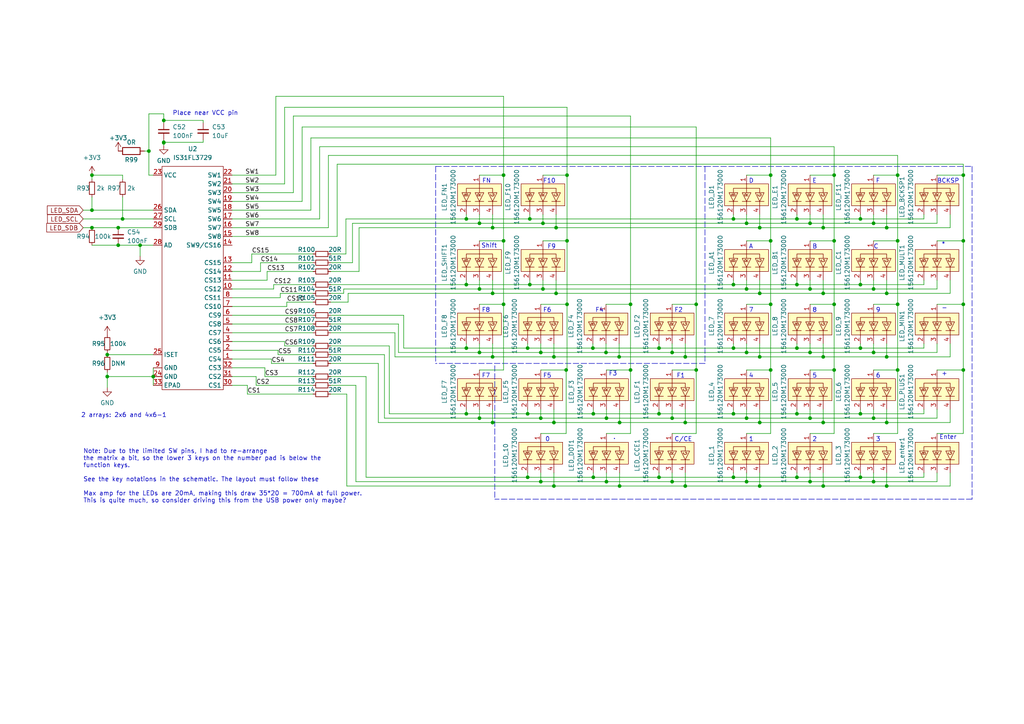
<source format=kicad_sch>
(kicad_sch (version 20211123) (generator eeschema)
  (paper "A4")
  (junction (at 175.895 121.285))
  (junction (at 234.95 83.82))
  (junction (at 153.035 100.965))
  (junction (at 153.035 120.015))
  (junction (at 279.4 50.8))
  (junction (at 161.29 85.09))
  (junction (at 249.555 138.43))
  (junction (at 198.755 140.97))
  (junction (at 241.935 88.265))
  (junction (at 257.175 122.555))
  (junction (at 31.115 102.87))
  (junction (at 194.945 121.285))
  (junction (at 26.67 66.04))
  (junction (at 146.05 50.8))
  (junction (at 139.065 102.235))
  (junction (at 231.14 82.55))
  (junction (at 241.935 50.8))
  (junction (at 153.035 138.43))
  (junction (at 40.64 71.12))
  (junction (at 191.135 138.43))
  (junction (at 231.14 63.5))
  (junction (at 156.845 121.285))
  (junction (at 223.52 50.8))
  (junction (at 220.345 66.04))
  (junction (at 201.93 107.315))
  (junction (at 172.085 138.43))
  (junction (at 234.95 139.7))
  (junction (at 142.875 122.555))
  (junction (at 47.498 41.275))
  (junction (at 249.555 100.965))
  (junction (at 194.945 102.235))
  (junction (at 35.56 63.5))
  (junction (at 279.4 88.265))
  (junction (at 279.4 69.85))
  (junction (at 164.465 88.265))
  (junction (at 157.48 83.82))
  (junction (at 253.365 64.77))
  (junction (at 212.725 120.015))
  (junction (at 135.255 82.55))
  (junction (at 31.115 109.22))
  (junction (at 216.535 64.77))
  (junction (at 194.945 139.7))
  (junction (at 234.95 64.77))
  (junction (at 146.05 88.265))
  (junction (at 238.76 85.09))
  (junction (at 212.725 82.55))
  (junction (at 216.535 83.82))
  (junction (at 175.768 102.235))
  (junction (at 47.498 41.402))
  (junction (at 234.95 102.235))
  (junction (at 198.755 122.555))
  (junction (at 216.535 121.285))
  (junction (at 212.725 100.965))
  (junction (at 257.175 140.97))
  (junction (at 156.845 139.7))
  (junction (at 44.45 109.22))
  (junction (at 253.365 102.235))
  (junction (at 260.35 107.315))
  (junction (at 34.29 71.12))
  (junction (at 212.725 63.5))
  (junction (at 179.705 122.555))
  (junction (at 47.498 34.925))
  (junction (at 43.18 43.815))
  (junction (at 231.14 120.015))
  (junction (at 249.555 120.015))
  (junction (at 164.465 50.8))
  (junction (at 220.345 85.09))
  (junction (at 146.05 69.85))
  (junction (at 172.085 120.015))
  (junction (at 156.845 102.235))
  (junction (at 253.365 121.285))
  (junction (at 212.725 138.43))
  (junction (at 171.958 100.965))
  (junction (at 216.535 139.7))
  (junction (at 153.67 63.5))
  (junction (at 182.88 88.265))
  (junction (at 238.76 140.97))
  (junction (at 223.52 69.85))
  (junction (at 257.175 103.505))
  (junction (at 135.255 100.965))
  (junction (at 241.935 69.85))
  (junction (at 198.755 103.505))
  (junction (at 279.4 107.315))
  (junction (at 160.655 122.555))
  (junction (at 139.065 121.285))
  (junction (at 26.67 60.96))
  (junction (at 182.88 107.315))
  (junction (at 157.48 64.77))
  (junction (at 175.895 139.7))
  (junction (at 260.35 69.85))
  (junction (at 135.255 63.5))
  (junction (at 160.655 103.505))
  (junction (at 164.465 69.85))
  (junction (at 160.655 140.97))
  (junction (at 241.935 107.315))
  (junction (at 179.705 140.97))
  (junction (at 234.95 121.285))
  (junction (at 142.875 85.09))
  (junction (at 260.35 50.8))
  (junction (at 201.93 88.265))
  (junction (at 253.365 139.7))
  (junction (at 142.875 66.04))
  (junction (at 135.255 120.015))
  (junction (at 220.345 122.555))
  (junction (at 231.14 138.43))
  (junction (at 249.555 82.55))
  (junction (at 139.065 83.82))
  (junction (at 260.35 88.265))
  (junction (at 191.135 120.015))
  (junction (at 249.555 63.5))
  (junction (at 238.76 66.04))
  (junction (at 238.76 103.505))
  (junction (at 26.67 50.8))
  (junction (at 153.67 82.55))
  (junction (at 216.535 102.235))
  (junction (at 220.345 103.505))
  (junction (at 253.365 83.82))
  (junction (at 191.135 100.965))
  (junction (at 139.065 64.77))
  (junction (at 164.211 107.315))
  (junction (at 142.875 103.505))
  (junction (at 220.345 140.97))
  (junction (at 257.175 66.04))
  (junction (at 257.175 85.09))
  (junction (at 223.52 107.315))
  (junction (at 223.52 88.265))
  (junction (at 161.29 66.04))
  (junction (at 34.29 66.04))
  (junction (at 179.578 103.505))
  (junction (at 231.14 100.965))
  (junction (at 238.76 122.555))
  (wire (pts (xy 82.55 99.06) (xy 82.55 100.33)))
  (wire (pts (xy 35.56 50.8) (xy 26.67 50.8)))
  (wire (pts (xy 279.4 69.85) (xy 279.4 88.265)))
  (wire (pts (xy 175.895 121.285) (xy 194.945 121.285)))
  (wire (pts (xy 260.35 50.8) (xy 260.35 69.85)))
  (wire (pts (xy 194.945 102.235) (xy 216.535 102.235)))
  (wire (pts (xy 271.78 64.77) (xy 253.365 64.77)))
  (wire (pts (xy 241.935 50.8) (xy 234.95 50.8)))
  (wire (pts (xy 135.255 120.015) (xy 135.255 118.745)))
  (wire (pts (xy 161.29 85.09) (xy 220.345 85.09)))
  (wire (pts (xy 139.065 102.235) (xy 156.845 102.235)))
  (wire (pts (xy 253.365 50.8) (xy 260.35 50.8)))
  (wire (pts (xy 115.57 102.235) (xy 139.065 102.235)))
  (wire (pts (xy 161.29 66.04) (xy 220.345 66.04)))
  (wire (pts (xy 175.895 118.745) (xy 175.895 121.285)))
  (wire (pts (xy 95.885 109.22) (xy 106.172 109.22)))
  (wire (pts (xy 172.085 118.745) (xy 172.085 120.015)))
  (wire (pts (xy 182.88 88.265) (xy 175.768 88.265)))
  (wire (pts (xy 74.295 109.22) (xy 67.31 109.22)))
  (wire (pts (xy 234.95 81.28) (xy 234.95 83.82)))
  (wire (pts (xy 67.31 106.68) (xy 76.835 106.68)))
  (wire (pts (xy 267.97 62.23) (xy 267.97 63.5)))
  (wire (pts (xy 241.935 107.315) (xy 241.935 125.73)))
  (wire (pts (xy 142.875 85.09) (xy 161.29 85.09)))
  (wire (pts (xy 139.065 121.285) (xy 156.845 121.285)))
  (wire (pts (xy 201.93 36.83) (xy 201.93 88.265)))
  (wire (pts (xy 234.95 64.77) (xy 216.535 64.77)))
  (wire (pts (xy 146.05 88.265) (xy 146.05 107.315)))
  (wire (pts (xy 216.535 139.7) (xy 216.535 137.16)))
  (wire (pts (xy 117.094 100.965) (xy 117.094 91.44)))
  (wire (pts (xy 223.52 88.265) (xy 216.535 88.265)))
  (wire (pts (xy 194.945 107.315) (xy 201.93 107.315)))
  (wire (pts (xy 90.17 40.005) (xy 223.52 40.005)))
  (wire (pts (xy 99.695 83.82) (xy 139.065 83.82)))
  (wire (pts (xy 182.88 88.265) (xy 182.88 107.315)))
  (wire (pts (xy 212.725 100.965) (xy 212.725 99.695)))
  (wire (pts (xy 80.01 50.8) (xy 67.31 50.8)))
  (wire (pts (xy 279.4 107.315) (xy 279.4 125.73)))
  (wire (pts (xy 249.555 120.015) (xy 249.555 118.745)))
  (wire (pts (xy 231.14 99.695) (xy 231.14 100.965)))
  (wire (pts (xy 238.76 103.505) (xy 257.175 103.505)))
  (wire (pts (xy 156.845 107.315) (xy 164.211 107.315)))
  (wire (pts (xy 67.31 55.88) (xy 85.09 55.88)))
  (polyline (pts (xy 143.51 106.045) (xy 143.51 144.78)))
  (wire (pts (xy 260.35 45.085) (xy 260.35 50.8)))
  (wire (pts (xy 171.958 99.695) (xy 171.958 100.965)))
  (wire (pts (xy 238.76 66.04) (xy 238.76 62.23)))
  (wire (pts (xy 216.535 83.82) (xy 216.535 81.28)))
  (wire (pts (xy 260.35 69.85) (xy 260.35 88.265)))
  (wire (pts (xy 85.09 55.88) (xy 85.09 33.655)))
  (wire (pts (xy 234.95 139.7) (xy 216.535 139.7)))
  (wire (pts (xy 179.705 122.555) (xy 179.705 118.745)))
  (wire (pts (xy 153.67 82.55) (xy 212.725 82.55)))
  (wire (pts (xy 160.655 103.505) (xy 160.655 99.695)))
  (wire (pts (xy 231.14 82.55) (xy 249.555 82.55)))
  (wire (pts (xy 26.67 57.15) (xy 26.67 60.96)))
  (wire (pts (xy 253.365 102.235) (xy 253.365 99.695)))
  (wire (pts (xy 26.67 50.8) (xy 26.67 52.07)))
  (wire (pts (xy 194.945 125.73) (xy 201.93 125.73)))
  (wire (pts (xy 194.945 121.285) (xy 216.535 121.285)))
  (wire (pts (xy 139.065 88.265) (xy 146.05 88.265)))
  (wire (pts (xy 90.805 82.55) (xy 79.375 82.55)))
  (wire (pts (xy 77.47 81.28) (xy 77.47 78.74)))
  (wire (pts (xy 267.97 120.015) (xy 249.555 120.015)))
  (wire (pts (xy 234.95 102.235) (xy 216.535 102.235)))
  (wire (pts (xy 78.74 105.41) (xy 78.74 104.14)))
  (wire (pts (xy 164.465 88.265) (xy 164.465 69.85)))
  (wire (pts (xy 220.345 103.505) (xy 238.76 103.505)))
  (wire (pts (xy 156.845 102.235) (xy 175.768 102.235)))
  (wire (pts (xy 44.45 66.04) (xy 34.29 66.04)))
  (wire (pts (xy 47.498 34.925) (xy 47.498 35.56)))
  (wire (pts (xy 157.48 50.8) (xy 164.465 50.8)))
  (wire (pts (xy 171.958 100.965) (xy 191.135 100.965)))
  (wire (pts (xy 198.755 140.97) (xy 220.345 140.97)))
  (wire (pts (xy 234.95 62.23) (xy 234.95 64.77)))
  (wire (pts (xy 161.29 66.04) (xy 161.29 62.23)))
  (wire (pts (xy 73.025 73.66) (xy 90.805 73.66)))
  (wire (pts (xy 81.28 85.09) (xy 90.805 85.09)))
  (wire (pts (xy 160.655 137.16) (xy 160.655 140.97)))
  (wire (pts (xy 82.55 31.115) (xy 82.55 53.34)))
  (wire (pts (xy 100.965 85.09) (xy 100.965 87.63)))
  (wire (pts (xy 67.31 93.98) (xy 90.805 93.98)))
  (wire (pts (xy 241.935 125.73) (xy 234.95 125.73)))
  (wire (pts (xy 271.78 62.23) (xy 271.78 64.77)))
  (wire (pts (xy 194.945 118.745) (xy 194.945 121.285)))
  (wire (pts (xy 95.25 66.04) (xy 95.25 45.085)))
  (wire (pts (xy 103.2256 111.76) (xy 103.2256 139.7)))
  (wire (pts (xy 175.895 107.315) (xy 182.88 107.315)))
  (wire (pts (xy 238.76 140.97) (xy 238.76 137.16)))
  (wire (pts (xy 234.95 107.315) (xy 241.935 107.315)))
  (wire (pts (xy 135.255 100.965) (xy 153.035 100.965)))
  (wire (pts (xy 191.135 120.015) (xy 212.725 120.015)))
  (wire (pts (xy 35.56 50.8) (xy 35.56 52.07)))
  (wire (pts (xy 271.78 107.315) (xy 279.4 107.315)))
  (wire (pts (xy 135.255 63.5) (xy 135.255 62.23)))
  (wire (pts (xy 212.725 120.015) (xy 212.725 118.745)))
  (wire (pts (xy 275.59 140.97) (xy 275.59 137.16)))
  (wire (pts (xy 231.14 118.745) (xy 231.14 120.015)))
  (wire (pts (xy 82.55 53.34) (xy 67.31 53.34)))
  (wire (pts (xy 80.645 101.6) (xy 67.31 101.6)))
  (wire (pts (xy 87.63 36.83) (xy 87.63 58.42)))
  (wire (pts (xy 279.4 88.265) (xy 279.4 107.315)))
  (wire (pts (xy 198.755 137.16) (xy 198.755 140.97)))
  (wire (pts (xy 267.97 63.5) (xy 249.555 63.5)))
  (wire (pts (xy 103.2256 111.76) (xy 95.885 111.76)))
  (wire (pts (xy 76.835 106.68) (xy 76.835 109.22)))
  (wire (pts (xy 112.903 120.015) (xy 135.255 120.015)))
  (wire (pts (xy 109.728 105.41) (xy 95.885 105.41)))
  (wire (pts (xy 271.78 118.745) (xy 271.78 121.285)))
  (wire (pts (xy 257.175 66.04) (xy 275.59 66.04)))
  (wire (pts (xy 146.05 27.94) (xy 80.01 27.94)))
  (wire (pts (xy 267.97 99.695) (xy 267.97 100.965)))
  (wire (pts (xy 47.498 33.02) (xy 47.498 34.925)))
  (wire (pts (xy 109.728 122.555) (xy 142.875 122.555)))
  (wire (pts (xy 156.845 121.285) (xy 175.895 121.285)))
  (wire (pts (xy 100.33 63.5) (xy 135.255 63.5)))
  (wire (pts (xy 238.76 122.555) (xy 257.175 122.555)))
  (wire (pts (xy 100.33 63.5) (xy 100.33 73.66)))
  (wire (pts (xy 79.375 82.55) (xy 79.375 83.82)))
  (wire (pts (xy 234.95 83.82) (xy 216.535 83.82)))
  (wire (pts (xy 179.705 140.97) (xy 179.705 137.16)))
  (wire (pts (xy 182.88 107.315) (xy 182.88 125.73)))
  (wire (pts (xy 58.928 40.64) (xy 58.928 41.275)))
  (wire (pts (xy 175.895 125.73) (xy 182.88 125.73)))
  (wire (pts (xy 267.97 138.43) (xy 249.555 138.43)))
  (polyline (pts (xy 126.365 48.26) (xy 204.47 48.26)))
  (wire (pts (xy 31.115 107.95) (xy 31.115 109.22)))
  (wire (pts (xy 223.52 125.73) (xy 216.535 125.73)))
  (wire (pts (xy 153.67 82.55) (xy 135.255 82.55)))
  (wire (pts (xy 142.875 122.555) (xy 160.655 122.555)))
  (wire (pts (xy 142.875 81.28) (xy 142.875 85.09)))
  (wire (pts (xy 67.31 68.58) (xy 97.79 68.58)))
  (wire (pts (xy 223.52 107.315) (xy 223.52 88.265)))
  (wire (pts (xy 260.35 69.85) (xy 253.365 69.85)))
  (wire (pts (xy 234.95 137.16) (xy 234.95 139.7)))
  (polyline (pts (xy 281.94 144.78) (xy 143.51 144.78)))
  (wire (pts (xy 75.565 76.2) (xy 75.565 78.74)))
  (wire (pts (xy 182.88 33.655) (xy 182.88 88.265)))
  (wire (pts (xy 90.805 111.76) (xy 74.295 111.76)))
  (wire (pts (xy 81.28 86.36) (xy 81.28 85.09)))
  (wire (pts (xy 153.67 62.23) (xy 153.67 63.5)))
  (wire (pts (xy 241.935 107.315) (xy 241.935 88.265)))
  (wire (pts (xy 157.48 64.77) (xy 139.065 64.77)))
  (wire (pts (xy 223.52 40.005) (xy 223.52 50.8)))
  (wire (pts (xy 135.255 100.965) (xy 135.255 99.695)))
  (wire (pts (xy 194.945 139.7) (xy 216.535 139.7)))
  (wire (pts (xy 191.135 118.745) (xy 191.135 120.015)))
  (wire (pts (xy 71.755 111.76) (xy 71.755 114.3)))
  (wire (pts (xy 220.345 140.97) (xy 238.76 140.97)))
  (wire (pts (xy 146.05 107.315) (xy 139.065 107.315)))
  (polyline (pts (xy 204.47 48.26) (xy 281.94 48.26)))
  (wire (pts (xy 34.29 71.12) (xy 40.64 71.12)))
  (wire (pts (xy 80.01 27.94) (xy 80.01 50.8)))
  (wire (pts (xy 238.76 140.97) (xy 257.175 140.97)))
  (wire (pts (xy 164.465 107.315) (xy 164.465 88.265)))
  (polyline (pts (xy 281.94 48.26) (xy 281.94 144.78)))
  (wire (pts (xy 67.31 86.36) (xy 81.28 86.36)))
  (wire (pts (xy 191.135 100.965) (xy 212.725 100.965)))
  (wire (pts (xy 43.18 33.02) (xy 43.18 43.815)))
  (wire (pts (xy 44.45 109.22) (xy 44.45 111.76)))
  (wire (pts (xy 201.93 36.83) (xy 87.63 36.83)))
  (wire (pts (xy 267.97 100.965) (xy 249.555 100.965)))
  (wire (pts (xy 153.67 63.5) (xy 212.725 63.5)))
  (wire (pts (xy 95.885 91.44) (xy 117.094 91.44)))
  (wire (pts (xy 153.67 81.28) (xy 153.67 82.55)))
  (wire (pts (xy 257.175 118.745) (xy 257.175 122.555)))
  (wire (pts (xy 249.555 138.43) (xy 249.555 137.16)))
  (wire (pts (xy 157.48 83.82) (xy 139.065 83.82)))
  (wire (pts (xy 58.928 34.925) (xy 58.928 35.56)))
  (wire (pts (xy 40.64 71.12) (xy 44.45 71.12)))
  (wire (pts (xy 220.345 137.16) (xy 220.345 140.97)))
  (wire (pts (xy 142.875 66.04) (xy 161.29 66.04)))
  (wire (pts (xy 275.59 85.09) (xy 275.59 81.28)))
  (wire (pts (xy 153.035 118.745) (xy 153.035 120.015)))
  (wire (pts (xy 67.31 91.44) (xy 90.805 91.44)))
  (wire (pts (xy 191.135 138.43) (xy 212.725 138.43)))
  (wire (pts (xy 198.755 122.555) (xy 220.345 122.555)))
  (wire (pts (xy 157.48 64.77) (xy 216.535 64.77)))
  (wire (pts (xy 35.56 63.5) (xy 44.45 63.5)))
  (wire (pts (xy 279.4 125.73) (xy 271.78 125.73)))
  (wire (pts (xy 234.95 99.695) (xy 234.95 102.235)))
  (wire (pts (xy 249.555 63.5) (xy 249.555 62.23)))
  (wire (pts (xy 267.97 137.16) (xy 267.97 138.43)))
  (wire (pts (xy 24.13 60.96) (xy 26.67 60.96)))
  (wire (pts (xy 90.17 60.96) (xy 90.17 40.005)))
  (wire (pts (xy 201.93 88.265) (xy 201.93 107.315)))
  (wire (pts (xy 74.295 111.76) (xy 74.295 109.22)))
  (wire (pts (xy 100.584 140.97) (xy 100.584 114.3)))
  (wire (pts (xy 212.725 138.43) (xy 212.725 137.16)))
  (wire (pts (xy 231.14 100.965) (xy 212.725 100.965)))
  (wire (pts (xy 31.115 102.235) (xy 31.115 102.87)))
  (wire (pts (xy 234.95 69.85) (xy 241.935 69.85)))
  (wire (pts (xy 100.584 140.97) (xy 160.655 140.97)))
  (wire (pts (xy 112.903 100.33) (xy 112.903 120.015)))
  (wire (pts (xy 153.035 138.43) (xy 172.085 138.43)))
  (wire (pts (xy 271.78 99.695) (xy 271.78 102.235)))
  (wire (pts (xy 73.025 76.2) (xy 73.025 73.66)))
  (wire (pts (xy 201.93 107.315) (xy 201.93 125.73)))
  (wire (pts (xy 271.78 102.235) (xy 253.365 102.235)))
  (wire (pts (xy 114.554 103.505) (xy 142.875 103.505)))
  (wire (pts (xy 172.085 137.16) (xy 172.085 138.43)))
  (wire (pts (xy 231.14 138.43) (xy 212.725 138.43)))
  (wire (pts (xy 58.928 41.275) (xy 47.498 41.275)))
  (wire (pts (xy 102.235 76.2) (xy 102.235 64.77)))
  (wire (pts (xy 82.55 100.33) (xy 90.805 100.33)))
  (wire (pts (xy 100.965 87.63) (xy 95.885 87.63)))
  (wire (pts (xy 231.14 138.43) (xy 249.555 138.43)))
  (wire (pts (xy 231.14 137.16) (xy 231.14 138.43)))
  (wire (pts (xy 67.31 60.96) (xy 90.17 60.96)))
  (wire (pts (xy 253.365 125.73) (xy 260.35 125.73)))
  (wire (pts (xy 249.555 100.965) (xy 249.555 99.695)))
  (wire (pts (xy 75.565 78.74) (xy 67.31 78.74)))
  (wire (pts (xy 40.64 71.12) (xy 40.64 74.295)))
  (wire (pts (xy 139.065 83.82) (xy 139.065 81.28)))
  (wire (pts (xy 67.31 66.04) (xy 95.25 66.04)))
  (wire (pts (xy 67.31 96.52) (xy 90.805 96.52)))
  (wire (pts (xy 76.835 109.22) (xy 90.805 109.22)))
  (wire (pts (xy 267.97 82.55) (xy 249.555 82.55)))
  (wire (pts (xy 241.935 42.545) (xy 92.71 42.545)))
  (wire (pts (xy 47.498 41.275) (xy 47.498 40.64)))
  (wire (pts (xy 231.14 100.965) (xy 249.555 100.965)))
  (wire (pts (xy 271.78 139.7) (xy 253.365 139.7)))
  (wire (pts (xy 153.035 100.965) (xy 171.958 100.965)))
  (wire (pts (xy 90.805 87.63) (xy 83.185 87.63)))
  (wire (pts (xy 47.498 42.164) (xy 47.498 41.402)))
  (wire (pts (xy 231.14 82.55) (xy 212.725 82.55)))
  (wire (pts (xy 271.78 121.285) (xy 253.365 121.285)))
  (wire (pts (xy 279.4 69.85) (xy 279.4 50.8)))
  (wire (pts (xy 156.845 139.7) (xy 156.845 137.16)))
  (wire (pts (xy 90.805 76.2) (xy 75.565 76.2)))
  (wire (pts (xy 115.57 93.98) (xy 95.885 93.98)))
  (wire (pts (xy 95.885 102.87) (xy 111.506 102.87)))
  (wire (pts (xy 216.535 102.235) (xy 216.535 99.695)))
  (wire (pts (xy 260.35 107.315) (xy 260.35 125.73)))
  (wire (pts (xy 31.115 109.22) (xy 44.45 109.22)))
  (wire (pts (xy 220.345 85.09) (xy 238.76 85.09)))
  (wire (pts (xy 223.52 50.8) (xy 216.535 50.8)))
  (wire (pts (xy 257.175 85.09) (xy 275.59 85.09)))
  (wire (pts (xy 161.29 85.09) (xy 161.29 81.28)))
  (polyline (pts (xy 204.47 105.41) (xy 126.365 105.41)))
  (wire (pts (xy 164.465 69.85) (xy 157.48 69.85)))
  (wire (pts (xy 99.695 85.09) (xy 95.885 85.09)))
  (wire (pts (xy 100.33 73.66) (xy 95.885 73.66)))
  (wire (pts (xy 172.085 138.43) (xy 191.135 138.43)))
  (wire (pts (xy 111.506 121.285) (xy 111.506 102.87)))
  (wire (pts (xy 35.56 57.15) (xy 35.56 63.5)))
  (wire (pts (xy 106.172 138.43) (xy 106.172 109.22)))
  (wire (pts (xy 47.498 34.925) (xy 58.928 34.925)))
  (wire (pts (xy 238.76 122.555) (xy 238.76 118.745)))
  (wire (pts (xy 271.78 137.16) (xy 271.78 139.7)))
  (wire (pts (xy 257.175 62.23) (xy 257.175 66.04)))
  (wire (pts (xy 67.31 111.76) (xy 71.755 111.76)))
  (wire (pts (xy 106.172 138.43) (xy 153.035 138.43)))
  (wire (pts (xy 223.52 107.315) (xy 223.52 125.73)))
  (wire (pts (xy 79.375 83.82) (xy 67.31 83.82)))
  (wire (pts (xy 234.95 118.745) (xy 234.95 121.285)))
  (wire (pts (xy 26.67 71.12) (xy 34.29 71.12)))
  (wire (pts (xy 216.535 64.77) (xy 216.535 62.23)))
  (wire (pts (xy 44.45 50.8) (xy 43.18 50.8)))
  (wire (pts (xy 271.78 69.85) (xy 279.4 69.85)))
  (wire (pts (xy 220.345 99.695) (xy 220.345 103.505)))
  (wire (pts (xy 223.52 69.85) (xy 223.52 50.8)))
  (wire (pts (xy 260.35 107.315) (xy 253.365 107.315)))
  (wire (pts (xy 220.345 66.04) (xy 238.76 66.04)))
  (wire (pts (xy 191.135 138.43) (xy 191.135 137.16)))
  (wire (pts (xy 234.95 102.235) (xy 253.365 102.235)))
  (wire (pts (xy 257.175 137.16) (xy 257.175 140.97)))
  (wire (pts (xy 234.95 121.285) (xy 216.535 121.285)))
  (wire (pts (xy 142.875 62.23) (xy 142.875 66.04)))
  (wire (pts (xy 216.535 121.285) (xy 216.535 118.745)))
  (wire (pts (xy 117.094 100.965) (xy 135.255 100.965)))
  (wire (pts (xy 99.695 83.82) (xy 99.695 85.09)))
  (wire (pts (xy 31.115 112.395) (xy 31.115 109.22)))
  (wire (pts (xy 90.805 102.87) (xy 80.645 102.87)))
  (wire (pts (xy 164.465 88.265) (xy 156.845 88.265)))
  (wire (pts (xy 220.345 122.555) (xy 238.76 122.555)))
  (polyline (pts (xy 126.365 48.26) (xy 126.365 105.41)))
  (wire (pts (xy 164.465 31.115) (xy 82.55 31.115)))
  (wire (pts (xy 164.465 50.8) (xy 164.465 31.115)))
  (wire (pts (xy 198.755 103.505) (xy 220.345 103.505)))
  (wire (pts (xy 241.935 69.85) (xy 241.935 50.8)))
  (wire (pts (xy 257.175 122.555) (xy 275.59 122.555)))
  (wire (pts (xy 153.035 99.695) (xy 153.035 100.965)))
  (wire (pts (xy 179.705 122.555) (xy 198.755 122.555)))
  (wire (pts (xy 95.885 76.2) (xy 102.235 76.2)))
  (wire (pts (xy 175.768 99.695) (xy 175.768 102.235)))
  (wire (pts (xy 164.211 107.315) (xy 164.465 107.315)))
  (wire (pts (xy 90.805 105.41) (xy 78.74 105.41)))
  (wire (pts (xy 257.175 81.28) (xy 257.175 85.09)))
  (wire (pts (xy 112.903 100.33) (xy 95.885 100.33)))
  (wire (pts (xy 253.365 88.265) (xy 260.35 88.265)))
  (wire (pts (xy 257.175 140.97) (xy 275.59 140.97)))
  (wire (pts (xy 257.175 103.505) (xy 275.59 103.505)))
  (wire (pts (xy 216.535 69.85) (xy 223.52 69.85)))
  (wire (pts (xy 241.935 50.8) (xy 241.935 42.545)))
  (wire (pts (xy 253.365 121.285) (xy 253.365 118.745)))
  (wire (pts (xy 223.52 69.85) (xy 223.52 88.265)))
  (wire (pts (xy 41.91 43.815) (xy 43.18 43.815)))
  (wire (pts (xy 87.63 58.42) (xy 67.31 58.42)))
  (wire (pts (xy 231.14 81.28) (xy 231.14 82.55)))
  (wire (pts (xy 234.95 64.77) (xy 253.365 64.77)))
  (wire (pts (xy 115.57 93.98) (xy 115.57 102.235)))
  (wire (pts (xy 164.211 107.315) (xy 164.211 125.73)))
  (wire (pts (xy 78.74 104.14) (xy 67.31 104.14)))
  (wire (pts (xy 275.59 103.505) (xy 275.59 99.695)))
  (wire (pts (xy 156.845 139.7) (xy 175.895 139.7)))
  (wire (pts (xy 231.14 120.015) (xy 212.725 120.015)))
  (wire (pts (xy 156.845 125.73) (xy 164.211 125.73)))
  (wire (pts (xy 231.14 63.5) (xy 249.555 63.5)))
  (wire (pts (xy 238.76 103.505) (xy 238.76 99.695)))
  (wire (pts (xy 67.31 81.28) (xy 77.47 81.28)))
  (wire (pts (xy 231.14 63.5) (xy 212.725 63.5)))
  (wire (pts (xy 135.255 82.55) (xy 135.255 81.28)))
  (wire (pts (xy 157.48 62.23) (xy 157.48 64.77)))
  (wire (pts (xy 271.78 81.28) (xy 271.78 83.82)))
  (wire (pts (xy 24.13 63.5) (xy 35.56 63.5)))
  (wire (pts (xy 220.345 118.745) (xy 220.345 122.555)))
  (wire (pts (xy 194.945 139.7) (xy 194.945 137.16)))
  (wire (pts (xy 231.14 120.015) (xy 249.555 120.015)))
  (wire (pts (xy 80.645 102.87) (xy 80.645 101.6)))
  (wire (pts (xy 241.935 69.85) (xy 241.935 88.265)))
  (wire (pts (xy 253.365 83.82) (xy 253.365 81.28)))
  (wire (pts (xy 238.76 85.09) (xy 257.175 85.09)))
  (wire (pts (xy 160.655 103.505) (xy 179.578 103.505)))
  (wire (pts (xy 97.79 68.58) (xy 97.79 47.625)))
  (wire (pts (xy 198.755 99.695) (xy 198.755 103.505)))
  (wire (pts (xy 275.59 66.04) (xy 275.59 62.23)))
  (wire (pts (xy 279.4 50.8) (xy 271.78 50.8)))
  (wire (pts (xy 198.755 122.555) (xy 198.755 118.745)))
  (wire (pts (xy 267.97 118.745) (xy 267.97 120.015)))
  (wire (pts (xy 67.31 99.06) (xy 82.55 99.06)))
  (wire (pts (xy 104.14 78.74) (xy 95.885 78.74)))
  (wire (pts (xy 139.065 64.77) (xy 139.065 62.23)))
  (wire (pts (xy 257.175 99.695) (xy 257.175 103.505)))
  (wire (pts (xy 212.725 82.55) (xy 212.725 81.28)))
  (wire (pts (xy 139.065 102.235) (xy 139.065 99.695)))
  (wire (pts (xy 253.365 139.7) (xy 253.365 137.16)))
  (wire (pts (xy 142.875 118.745) (xy 142.875 122.555)))
  (wire (pts (xy 231.14 62.23) (xy 231.14 63.5)))
  (wire (pts (xy 142.875 103.505) (xy 160.655 103.505)))
  (wire (pts (xy 146.05 69.85) (xy 139.065 69.85)))
  (wire (pts (xy 267.97 81.28) (xy 267.97 82.55)))
  (wire (pts (xy 104.14 66.04) (xy 104.14 78.74)))
  (wire (pts (xy 77.47 78.74) (xy 90.805 78.74)))
  (wire (pts (xy 109.728 105.41) (xy 109.728 122.555)))
  (wire (pts (xy 44.45 106.68) (xy 44.45 109.22)))
  (wire (pts (xy 139.065 121.285) (xy 139.065 118.745)))
  (wire (pts (xy 67.31 76.2) (xy 73.025 76.2)))
  (wire (pts (xy 241.935 88.265) (xy 234.95 88.265)))
  (wire (pts (xy 275.59 122.555) (xy 275.59 118.745)))
  (wire (pts (xy 179.578 99.695) (xy 179.578 103.505)))
  (wire (pts (xy 104.14 66.04) (xy 142.875 66.04)))
  (wire (pts (xy 279.4 47.625) (xy 279.4 50.8)))
  (wire (pts (xy 172.085 120.015) (xy 191.135 120.015)))
  (wire (pts (xy 238.76 85.09) (xy 238.76 81.28)))
  (wire (pts (xy 24.13 66.04) (xy 26.67 66.04)))
  (wire (pts (xy 47.498 41.275) (xy 47.498 41.402)))
  (wire (pts (xy 95.885 114.3) (xy 100.584 114.3)))
  (wire (pts (xy 249.555 82.55) (xy 249.555 81.28)))
  (wire (pts (xy 175.895 137.16) (xy 175.895 139.7)))
  (wire (pts (xy 234.95 83.82) (xy 253.365 83.82)))
  (wire (pts (xy 191.135 100.965) (xy 191.135 99.695)))
  (wire (pts (xy 139.065 50.8) (xy 146.05 50.8)))
  (wire (pts (xy 102.235 64.77) (xy 139.065 64.77)))
  (wire (pts (xy 146.05 69.85) (xy 146.05 88.265)))
  (wire (pts (xy 31.115 102.87) (xy 44.45 102.87)))
  (wire (pts (xy 160.655 122.555) (xy 179.705 122.555)))
  (wire (pts (xy 111.506 121.285) (xy 139.065 121.285)))
  (wire (pts (xy 156.845 99.695) (xy 156.845 102.235)))
  (wire (pts (xy 97.79 47.625) (xy 279.4 47.625)))
  (wire (pts (xy 157.48 81.28) (xy 157.48 83.82)))
  (wire (pts (xy 156.845 118.745) (xy 156.845 121.285)))
  (wire (pts (xy 71.755 114.3) (xy 90.805 114.3)))
  (wire (pts (xy 43.18 43.815) (xy 43.18 50.8)))
  (wire (pts (xy 153.67 63.5) (xy 135.255 63.5)))
  (wire (pts (xy 114.554 96.52) (xy 114.554 103.505)))
  (wire (pts (xy 43.18 33.02) (xy 47.498 33.02)))
  (wire (pts (xy 260.35 88.265) (xy 260.35 107.315)))
  (wire (pts (xy 164.465 50.8) (xy 164.465 69.85)))
  (wire (pts (xy 83.185 88.9) (xy 67.31 88.9)))
  (wire (pts (xy 100.965 85.09) (xy 142.875 85.09)))
  (wire (pts (xy 220.345 62.23) (xy 220.345 66.04)))
  (wire (pts (xy 234.95 121.285) (xy 253.365 121.285)))
  (wire (pts (xy 194.945 88.265) (xy 201.93 88.265)))
  (wire (pts (xy 95.885 96.52) (xy 114.554 96.52)))
  (wire (pts (xy 253.365 64.77) (xy 253.365 62.23)))
  (wire (pts (xy 194.945 102.235) (xy 194.945 99.695)))
  (polyline (pts (xy 204.47 48.26) (xy 204.47 105.41)))
  (wire (pts (xy 153.035 120.015) (xy 172.085 120.015)))
  (wire (pts (xy 212.725 63.5) (xy 212.725 62.23)))
  (wire (pts (xy 135.255 120.015) (xy 153.035 120.015)))
  (wire (pts (xy 175.768 102.235) (xy 194.945 102.235)))
  (wire (pts (xy 95.25 45.085) (xy 260.35 45.085)))
  (wire (pts (xy 175.895 139.7) (xy 194.945 139.7)))
  (wire (pts (xy 142.875 99.695) (xy 142.875 103.505)))
  (wire (pts (xy 179.578 103.505) (xy 198.755 103.505)))
  (wire (pts (xy 146.05 50.8) (xy 146.05 69.85)))
  (wire (pts (xy 220.345 81.28) (xy 220.345 85.09)))
  (wire (pts (xy 238.76 66.04) (xy 257.175 66.04)))
  (wire (pts (xy 179.705 140.97) (xy 198.755 140.97)))
  (wire (pts (xy 83.185 87.63) (xy 83.185 88.9)))
  (wire (pts (xy 216.535 107.315) (xy 223.52 107.315)))
  (wire (pts (xy 157.48 83.82) (xy 216.535 83.82)))
  (wire (pts (xy 146.05 50.8) (xy 146.05 27.94)))
  (wire (pts (xy 34.29 66.04) (xy 26.67 66.04)))
  (wire (pts (xy 160.655 140.97) (xy 179.705 140.97)))
  (wire (pts (xy 92.71 42.545) (xy 92.71 63.5)))
  (wire (pts (xy 279.4 88.265) (xy 271.78 88.265)))
  (wire (pts (xy 103.2256 139.7) (xy 156.845 139.7)))
  (wire (pts (xy 234.95 139.7) (xy 253.365 139.7)))
  (wire (pts (xy 160.655 122.555) (xy 160.655 118.745)))
  (wire (pts (xy 26.67 60.96) (xy 44.45 60.96)))
  (wire (pts (xy 271.78 83.82) (xy 253.365 83.82)))
  (wire (pts (xy 85.09 33.655) (xy 182.88 33.655)))
  (wire (pts (xy 95.885 82.55) (xy 135.255 82.55)))
  (wire (pts (xy 153.035 138.43) (xy 153.035 137.16)))
  (wire (pts (xy 92.71 63.5) (xy 67.31 63.5)))
  (text "A" (at 217.17 72.39 0) (effects (font (size 1.27 1.27)) (justify left bottom)))
  (text "1" (at 217.17 128.27 0) (effects (font (size 1.27 1.27)) (justify left bottom)))
  (text "E" (at 235.585 53.34 0) (effects (font (size 1.27 1.27)) (justify left bottom)))
  (text "*" (at 273.05 71.755 0) (effects (font (size 1.27 1.27)) (justify left bottom)))
  (text "7" (at 217.17 90.805 0) (effects (font (size 1.27 1.27)) (justify left bottom)))
  (text "0" (at 158.115 128.27 0) (effects (font (size 1.27 1.27)) (justify left bottom)))
  (text "9" (at 254 90.805 0) (effects (font (size 1.27 1.27)) (justify left bottom)))
  (text "Note: Due to the limited SW pins, I had to re-arrange\nthe matrix a bit, so the lower 3 keys on the number pad is below the \nfunction keys. \n\nSee the key notations in the schematic. The layout must follow these\n\nMax amp for the LEDs are 20mA, making this draw 35*20 = 700mA at full power. \nThis is quite much, so consider driving this from the USB power only maybe?" (at 24.13 146.05 0) (effects (font (size 1.27 1.27)) (justify left bottom)))
  (text "F3" (at 176.53 109.22 0) (effects (font (size 1.27 1.27)) (justify left bottom)))
  (text "F1" (at 196.215 109.855 0) (effects (font (size 1.27 1.27)) (justify left bottom)))
  (text "2 arrays: 2x6 and 4x6-1" (at 23.495 121.285 0) (effects (font (size 1.27 1.27)) (justify left bottom)))
  (text "F" (at 254 53.34 0) (effects (font (size 1.27 1.27)) (justify left bottom)))
  (text "C" (at 253.365 72.39 0) (effects (font (size 1.27 1.27)) (justify left bottom)))
  (text "B" (at 235.585 72.39 0) (effects (font (size 1.27 1.27)) (justify left bottom)))
  (text "+" (at 273.05 109.22 0) (effects (font (size 1.27 1.27)) (justify left bottom)))
  (text "4" (at 217.17 109.855 0) (effects (font (size 1.27 1.27)) (justify left bottom)))
  (text "F4" (at 175.133 90.805 180) (effects (font (size 1.27 1.27)) (justify right bottom)))
  (text "D" (at 217.17 53.34 0) (effects (font (size 1.27 1.27)) (justify left bottom)))
  (text "Shift" (at 139.573 72.136 0) (effects (font (size 1.27 1.27)) (justify left bottom)))
  (text "F10" (at 157.48 53.34 0) (effects (font (size 1.27 1.27)) (justify left bottom)))
  (text "F6" (at 157.48 90.805 0) (effects (font (size 1.27 1.27)) (justify left bottom)))
  (text "3" (at 254 128.27 0) (effects (font (size 1.27 1.27)) (justify left bottom)))
  (text "F7" (at 139.7 109.855 0) (effects (font (size 1.27 1.27)) (justify left bottom)))
  (text "F5" (at 157.48 109.855 0) (effects (font (size 1.27 1.27)) (justify left bottom)))
  (text "." (at 177.8 127.635 0) (effects (font (size 1.27 1.27)) (justify left bottom)))
  (text "FN" (at 139.827 53.34 0) (effects (font (size 1.27 1.27)) (justify left bottom)))
  (text "5" (at 235.585 109.855 0) (effects (font (size 1.27 1.27)) (justify left bottom)))
  (text "F8" (at 139.7 90.805 0) (effects (font (size 1.27 1.27)) (justify left bottom)))
  (text "F2" (at 195.58 90.805 0) (effects (font (size 1.27 1.27)) (justify left bottom)))
  (text "Place near VCC pin" (at 50.038 33.655 0) (effects (font (size 1.27 1.27)) (justify left bottom)))
  (text "6" (at 254 109.855 0) (effects (font (size 1.27 1.27)) (justify left bottom)))
  (text "F9" (at 158.75 72.39 0) (effects (font (size 1.27 1.27)) (justify left bottom)))
  (text "-" (at 273.05 90.17 0) (effects (font (size 1.27 1.27)) (justify left bottom)))
  (text "Enter" (at 272.415 127.635 0) (effects (font (size 1.27 1.27)) (justify left bottom)))
  (text "C/CE" (at 195.58 128.27 0) (effects (font (size 1.27 1.27)) (justify left bottom)))
  (text "BCKSP" (at 271.78 53.34 0) (effects (font (size 1.27 1.27)) (justify left bottom)))
  (text "8" (at 235.585 90.805 0) (effects (font (size 1.27 1.27)) (justify left bottom)))
  (text "2" (at 235.585 128.27 0) (effects (font (size 1.27 1.27)) (justify left bottom)))
  (label "CS6" (at 82.55 100.33 0))
  (label "SW7" (at 71.12 66.04 0))
  (label "CS10" (at 83.185 87.63 0))
  (label "CS15" (at 73.025 73.66 0))
  (label "SW1" (at 71.12 50.8 0))
  (label "CS2" (at 74.295 111.76 0))
  (label "SW2" (at 71.12 53.34 0))
  (label "CS11" (at 81.28 85.09 0))
  (label "CS5" (at 80.645 102.87 0))
  (label "SW8" (at 71.12 68.58 0))
  (label "CS14" (at 75.565 76.2 0))
  (label "SW3" (at 71.12 55.88 0))
  (label "CS4" (at 78.74 105.41 0))
  (label "SW4" (at 71.12 58.42 0))
  (label "CS12" (at 79.375 82.55 0))
  (label "SW6" (at 71.12 63.5 0))
  (label "CS7" (at 82.55 96.52 0))
  (label "CS1" (at 71.755 114.3 0))
  (label "CS13" (at 77.47 78.74 0))
  (label "CS3" (at 76.835 109.22 0))
  (label "CS9" (at 82.55 91.44 0))
  (label "CS8" (at 82.55 93.98 0))
  (label "SW5" (at 71.12 60.96 0))
  (global_label "LED_SDA" (shape input) (at 24.13 60.96 180) (property "Intersheet References" "${INTERSHEET_REFS}" (effects hide)))
  (global_label "LED_SDB" (shape input) (at 24.13 66.04 180) (property "Intersheet References" "${INTERSHEET_REFS}" (effects hide)))
  (global_label "LED_SCL" (shape input) (at 24.13 63.5 180) (property "Intersheet References" "${INTERSHEET_REFS}" (effects hide)))
  (symbol (lib_id "Device:C_Small") (at 58.928 38.1 0) (unit 1)
    (property "Reference" "C53" (at 61.468 36.83 0) (effects (justify left)))
    (property "Value" "10uF" (at 61.468 39.37 0) (effects (justify left)))
    (property "Footprint" "Capacitor_SMD:C_0603_1608Metric" (effects hide))
  )
  (symbol (lib_id "Device:R_Small") (at 93.345 109.22 90) (unit 1)
    (property "Reference" "R112" (at 88.9 107.95 90))
    (property "Value" "20R" (at 97.155 107.95 90))
    (property "Footprint" "Resistor_SMD:R_0402_1005Metric" (effects hide))
  )
  (symbol (lib_id "Device:R_Small") (at 31.115 99.695 180) (unit 1)
    (property "Reference" "R95" (at 28.575 99.695 0))
    (property "Value" "100k" (at 34.29 99.695 0))
    (property "Footprint" "Resistor_SMD:R_0402_1005Metric" (effects hide))
  )
  (symbol (lib_name "156120M173000_1") (lib_id "SamacSys_Parts:156120M173000") (at 154.305 116.205 90) (unit 1)
    (property "Reference" "LED_F5" (at 146.685 113.665 0))
    (property "Value" "156120M173000" (at 149.225 113.665 0))
    (property "Footprint" "SamacSys_Parts:156120M173000" (effects hide))
    (property "Datasheet" "https://katalog.we-online.de/led/datasheet/156120M173000.pdf" (effects hide))
    (property "Description" "2.4 V, 3.6 V RGB LED 3216 (1206)  SMD, Wurth Elektronik WL-SFRW 156120M173000" (effects hide))
    (property "Height" "1.25" (effects hide))
    (property "Mouser Part Number" "710-156120M173000" (effects hide))
    (property "Mouser Price/Stock" "https://www.mouser.co.uk/ProductDetail/Wurth-Elektronik/156120M173000?qs=u16ybLDytRY9pBY8Z%2Fs7dQ%3D%3D" (effects hide))
    (property "Manufacturer_Name" "Wurth Elektronik" (effects hide))
    (property "Manufacturer_Part_Number" "156120M173000" (effects hide))
    (property "LCSC" "C5156309" (effects hide))
  )
  (symbol (lib_id "Device:R_Small") (at 93.345 102.87 90) (unit 1)
    (property "Reference" "R110" (at 88.9 101.6 90))
    (property "Value" "51R" (at 97.155 101.6 90))
    (property "Footprint" "Resistor_SMD:R_0402_1005Metric" (effects hide))
  )
  (symbol (lib_id "power:+3V3") (at 26.67 50.8 0) (unit 1)
    (property "Reference" "#PWR0216" (effects hide))
    (property "Value" "+3V3" (at 26.67 45.72 0))
  )
  (symbol (lib_id "Device:R") (at 38.1 43.815 270) (unit 1)
    (property "Reference" "R99" (at 38.1 46.355 90))
    (property "Value" "0R" (at 38.1 41.275 90))
    (property "Footprint" "Resistor_SMD:R_0603_1608Metric" (effects hide))
    (property "LCSC part number" "C269701" (effects hide))
    (property "LCSC" "C269701" (effects hide))
  )
  (symbol (lib_name "156120M173000_1") (lib_id "SamacSys_Parts:156120M173000") (at 250.825 59.69 90) (unit 1)
    (property "Reference" "LED_F11" (at 243.205 57.15 0))
    (property "Value" "156120M173000" (at 245.745 57.15 0))
    (property "Footprint" "SamacSys_Parts:156120M173000" (effects hide))
    (property "Datasheet" "https://katalog.we-online.de/led/datasheet/156120M173000.pdf" (effects hide))
    (property "Description" "2.4 V, 3.6 V RGB LED 3216 (1206)  SMD, Wurth Elektronik WL-SFRW 156120M173000" (effects hide))
    (property "Height" "1.25" (effects hide))
    (property "Mouser Part Number" "710-156120M173000" (effects hide))
    (property "Mouser Price/Stock" "https://www.mouser.co.uk/ProductDetail/Wurth-Elektronik/156120M173000?qs=u16ybLDytRY9pBY8Z%2Fs7dQ%3D%3D" (effects hide))
    (property "Manufacturer_Name" "Wurth Elektronik" (effects hide))
    (property "Manufacturer_Part_Number" "156120M173000" (effects hide))
    (property "LCSC" "C5156309" (effects hide))
  )
  (symbol (lib_id "power:+3V3") (at 31.115 97.155 0) (unit 1)
    (property "Reference" "#PWR0213" (effects hide))
    (property "Value" "+3V3" (at 31.115 92.075 0))
  )
  (symbol (lib_name "156120M173000_1") (lib_id "SamacSys_Parts:156120M173000") (at 232.41 78.74 90) (unit 1)
    (property "Reference" "LED_B1" (at 224.79 76.2 0))
    (property "Value" "156120M173000" (at 227.33 76.2 0))
    (property "Footprint" "SamacSys_Parts:156120M173000" (effects hide))
    (property "Datasheet" "https://katalog.we-online.de/led/datasheet/156120M173000.pdf" (effects hide))
    (property "Description" "2.4 V, 3.6 V RGB LED 3216 (1206)  SMD, Wurth Elektronik WL-SFRW 156120M173000" (effects hide))
    (property "Height" "1.25" (effects hide))
    (property "Mouser Part Number" "710-156120M173000" (effects hide))
    (property "Mouser Price/Stock" "https://www.mouser.co.uk/ProductDetail/Wurth-Elektronik/156120M173000?qs=u16ybLDytRY9pBY8Z%2Fs7dQ%3D%3D" (effects hide))
    (property "Manufacturer_Name" "Wurth Elektronik" (effects hide))
    (property "Manufacturer_Part_Number" "156120M173000" (effects hide))
    (property "LCSC" "C5156309" (effects hide))
  )
  (symbol (lib_id "Device:R_Small") (at 93.345 91.44 90) (unit 1)
    (property "Reference" "R106" (at 88.9 90.17 90))
    (property "Value" "20R" (at 97.155 90.17 90))
    (property "Footprint" "Resistor_SMD:R_0402_1005Metric" (effects hide))
  )
  (symbol (lib_id "Device:R_Small") (at 93.345 85.09 90) (unit 1)
    (property "Reference" "R104" (at 88.9 83.82 90))
    (property "Value" "51R" (at 97.155 83.82 90))
    (property "Footprint" "Resistor_SMD:R_0402_1005Metric" (effects hide))
  )
  (symbol (lib_id "Device:R_Small") (at 93.345 76.2 90) (unit 1)
    (property "Reference" "R101" (at 88.9 74.93 90))
    (property "Value" "51R" (at 97.155 74.93 90))
    (property "Footprint" "Resistor_SMD:R_0402_1005Metric" (effects hide))
  )
  (symbol (lib_id "Device:R_Small") (at 93.345 93.98 90) (unit 1)
    (property "Reference" "R107" (at 88.9 92.71 90))
    (property "Value" "51R" (at 97.155 92.71 90))
    (property "Footprint" "Resistor_SMD:R_0402_1005Metric" (effects hide))
  )
  (symbol (lib_name "156120M173000_1") (lib_id "SamacSys_Parts:156120M173000") (at 154.94 78.74 90) (unit 1)
    (property "Reference" "LED_F9" (at 147.32 76.2 0))
    (property "Value" "156120M173000" (at 149.86 76.2 0))
    (property "Footprint" "SamacSys_Parts:156120M173000" (effects hide))
    (property "Datasheet" "https://katalog.we-online.de/led/datasheet/156120M173000.pdf" (effects hide))
    (property "Description" "2.4 V, 3.6 V RGB LED 3216 (1206)  SMD, Wurth Elektronik WL-SFRW 156120M173000" (effects hide))
    (property "Height" "1.25" (effects hide))
    (property "Mouser Part Number" "710-156120M173000" (effects hide))
    (property "Mouser Price/Stock" "https://www.mouser.co.uk/ProductDetail/Wurth-Elektronik/156120M173000?qs=u16ybLDytRY9pBY8Z%2Fs7dQ%3D%3D" (effects hide))
    (property "Manufacturer_Name" "Wurth Elektronik" (effects hide))
    (property "Manufacturer_Part_Number" "156120M173000" (effects hide))
    (property "LCSC" "C5156309" (effects hide))
  )
  (symbol (lib_id "Device:R_Small") (at 35.56 54.61 180) (unit 1)
    (property "Reference" "R97" (at 33.02 54.61 0))
    (property "Value" "2k" (at 38.1 54.61 0))
    (property "Footprint" "Resistor_SMD:R_0402_1005Metric" (effects hide))
  )
  (symbol (lib_id "Device:C_Small") (at 34.29 68.58 0) (unit 1)
    (property "Reference" "C54" (at 36.83 67.31 0) (effects (justify left)))
    (property "Value" "100nF" (at 36.83 69.85 0) (effects (justify left)))
    (property "Footprint" "Capacitor_SMD:C_0402_1005Metric" (effects hide))
  )
  (symbol (lib_name "156120M173000_1") (lib_id "SamacSys_Parts:156120M173000") (at 192.405 97.155 90) (unit 1)
    (property "Reference" "LED_F2" (at 184.785 94.615 0))
    (property "Value" "156120M173000" (at 187.325 94.615 0))
    (property "Footprint" "SamacSys_Parts:156120M173000" (effects hide))
    (property "Datasheet" "https://katalog.we-online.de/led/datasheet/156120M173000.pdf" (effects hide))
    (property "Description" "2.4 V, 3.6 V RGB LED 3216 (1206)  SMD, Wurth Elektronik WL-SFRW 156120M173000" (effects hide))
    (property "Height" "1.25" (effects hide))
    (property "Mouser Part Number" "710-156120M173000" (effects hide))
    (property "Mouser Price/Stock" "https://www.mouser.co.uk/ProductDetail/Wurth-Elektronik/156120M173000?qs=u16ybLDytRY9pBY8Z%2Fs7dQ%3D%3D" (effects hide))
    (property "Manufacturer_Name" "Wurth Elektronik" (effects hide))
    (property "Manufacturer_Part_Number" "156120M173000" (effects hide))
    (property "LCSC" "C5156309" (effects hide))
  )
  (symbol (lib_name "156120M173000_1") (lib_id "SamacSys_Parts:156120M173000") (at 232.41 134.62 90) (unit 1)
    (property "Reference" "LED_2" (at 224.79 132.08 0))
    (property "Value" "156120M173000" (at 227.33 132.08 0))
    (property "Footprint" "SamacSys_Parts:156120M173000" (effects hide))
    (property "Datasheet" "https://katalog.we-online.de/led/datasheet/156120M173000.pdf" (effects hide))
    (property "Description" "2.4 V, 3.6 V RGB LED 3216 (1206)  SMD, Wurth Elektronik WL-SFRW 156120M173000" (effects hide))
    (property "Height" "1.25" (effects hide))
    (property "Mouser Part Number" "710-156120M173000" (effects hide))
    (property "Mouser Price/Stock" "https://www.mouser.co.uk/ProductDetail/Wurth-Elektronik/156120M173000?qs=u16ybLDytRY9pBY8Z%2Fs7dQ%3D%3D" (effects hide))
    (property "Manufacturer_Name" "Wurth Elektronik" (effects hide))
    (property "Manufacturer_Part_Number" "156120M173000" (effects hide))
    (property "LCSC" "C5156309" (effects hide))
  )
  (symbol (lib_name "156120M173000_1") (lib_id "SamacSys_Parts:156120M173000") (at 136.525 59.69 90) (unit 1)
    (property "Reference" "LED_FN1" (at 128.905 57.15 0))
    (property "Value" "156120M173000" (at 131.445 57.15 0))
    (property "Footprint" "SamacSys_Parts:156120M173000" (effects hide))
    (property "Datasheet" "https://katalog.we-online.de/led/datasheet/156120M173000.pdf" (effects hide))
    (property "Description" "2.4 V, 3.6 V RGB LED 3216 (1206)  SMD, Wurth Elektronik WL-SFRW 156120M173000" (effects hide))
    (property "Height" "1.25" (effects hide))
    (property "Mouser Part Number" "710-156120M173000" (effects hide))
    (property "Mouser Price/Stock" "https://www.mouser.co.uk/ProductDetail/Wurth-Elektronik/156120M173000?qs=u16ybLDytRY9pBY8Z%2Fs7dQ%3D%3D" (effects hide))
    (property "Manufacturer_Name" "Wurth Elektronik" (effects hide))
    (property "Manufacturer_Part_Number" "156120M173000" (effects hide))
    (property "LCSC" "C5156309" (effects hide))
  )
  (symbol (lib_name "156120M173000_1") (lib_id "SamacSys_Parts:156120M173000") (at 213.995 78.74 90) (unit 1)
    (property "Reference" "LED_A1" (at 206.375 76.2 0))
    (property "Value" "156120M173000" (at 208.915 76.2 0))
    (property "Footprint" "SamacSys_Parts:156120M173000" (effects hide))
    (property "Datasheet" "https://katalog.we-online.de/led/datasheet/156120M173000.pdf" (effects hide))
    (property "Description" "2.4 V, 3.6 V RGB LED 3216 (1206)  SMD, Wurth Elektronik WL-SFRW 156120M173000" (effects hide))
    (property "Height" "1.25" (effects hide))
    (property "Mouser Part Number" "710-156120M173000" (effects hide))
    (property "Mouser Price/Stock" "https://www.mouser.co.uk/ProductDetail/Wurth-Elektronik/156120M173000?qs=u16ybLDytRY9pBY8Z%2Fs7dQ%3D%3D" (effects hide))
    (property "Manufacturer_Name" "Wurth Elektronik" (effects hide))
    (property "Manufacturer_Part_Number" "156120M173000" (effects hide))
    (property "LCSC" "C5156309" (effects hide))
  )
  (symbol (lib_id "Device:R_Small") (at 26.67 54.61 180) (unit 1)
    (property "Reference" "R93" (at 24.13 54.61 0))
    (property "Value" "2k" (at 29.21 54.61 0))
    (property "Footprint" "Resistor_SMD:R_0402_1005Metric" (effects hide))
  )
  (symbol (lib_name "156120M173000_1") (lib_id "SamacSys_Parts:156120M173000") (at 192.405 134.62 90) (unit 1)
    (property "Reference" "LED_CCE1" (at 184.785 132.08 0))
    (property "Value" "156120M173000" (at 187.325 132.08 0))
    (property "Footprint" "SamacSys_Parts:156120M173000" (effects hide))
    (property "Datasheet" "https://katalog.we-online.de/led/datasheet/156120M173000.pdf" (effects hide))
    (property "Description" "2.4 V, 3.6 V RGB LED 3216 (1206)  SMD, Wurth Elektronik WL-SFRW 156120M173000" (effects hide))
    (property "Height" "1.25" (effects hide))
    (property "Mouser Part Number" "710-156120M173000" (effects hide))
    (property "Mouser Price/Stock" "https://www.mouser.co.uk/ProductDetail/Wurth-Elektronik/156120M173000?qs=u16ybLDytRY9pBY8Z%2Fs7dQ%3D%3D" (effects hide))
    (property "Manufacturer_Name" "Wurth Elektronik" (effects hide))
    (property "Manufacturer_Part_Number" "156120M173000" (effects hide))
    (property "LCSC" "C5156309" (effects hide))
  )
  (symbol (lib_name "156120M173000_1") (lib_id "SamacSys_Parts:156120M173000") (at 173.355 116.205 90) (unit 1)
    (property "Reference" "LED_F3" (at 165.735 113.665 0))
    (property "Value" "156120M173000" (at 168.275 113.665 0))
    (property "Footprint" "SamacSys_Parts:156120M173000" (effects hide))
    (property "Datasheet" "https://katalog.we-online.de/led/datasheet/156120M173000.pdf" (effects hide))
    (property "Description" "2.4 V, 3.6 V RGB LED 3216 (1206)  SMD, Wurth Elektronik WL-SFRW 156120M173000" (effects hide))
    (property "Height" "1.25" (effects hide))
    (property "Mouser Part Number" "710-156120M173000" (effects hide))
    (property "Mouser Price/Stock" "https://www.mouser.co.uk/ProductDetail/Wurth-Elektronik/156120M173000?qs=u16ybLDytRY9pBY8Z%2Fs7dQ%3D%3D" (effects hide))
    (property "Manufacturer_Name" "Wurth Elektronik" (effects hide))
    (property "Manufacturer_Part_Number" "156120M173000" (effects hide))
    (property "LCSC" "C5156309" (effects hide))
  )
  (symbol (lib_name "156120M173000_1") (lib_id "SamacSys_Parts:156120M173000") (at 173.355 134.62 90) (unit 1)
    (property "Reference" "LED_DOT1" (at 165.735 132.08 0))
    (property "Value" "156120M173000" (at 168.275 132.08 0))
    (property "Footprint" "SamacSys_Parts:156120M173000" (effects hide))
    (property "Datasheet" "https://katalog.we-online.de/led/datasheet/156120M173000.pdf" (effects hide))
    (property "Description" "2.4 V, 3.6 V RGB LED 3216 (1206)  SMD, Wurth Elektronik WL-SFRW 156120M173000" (effects hide))
    (property "Height" "1.25" (effects hide))
    (property "Mouser Part Number" "710-156120M173000" (effects hide))
    (property "Mouser Price/Stock" "https://www.mouser.co.uk/ProductDetail/Wurth-Elektronik/156120M173000?qs=u16ybLDytRY9pBY8Z%2Fs7dQ%3D%3D" (effects hide))
    (property "Manufacturer_Name" "Wurth Elektronik" (effects hide))
    (property "Manufacturer_Part_Number" "156120M173000" (effects hide))
    (property "LCSC" "C5156309" (effects hide))
  )
  (symbol (lib_name "156120M173000_1") (lib_id "SamacSys_Parts:156120M173000") (at 136.525 78.74 90) (unit 1)
    (property "Reference" "LED_SHIFT1" (at 128.905 76.2 0))
    (property "Value" "156120M173000" (at 131.445 76.2 0))
    (property "Footprint" "SamacSys_Parts:156120M173000" (effects hide))
    (property "Datasheet" "https://katalog.we-online.de/led/datasheet/156120M173000.pdf" (effects hide))
    (property "Description" "2.4 V, 3.6 V RGB LED 3216 (1206)  SMD, Wurth Elektronik WL-SFRW 156120M173000" (effects hide))
    (property "Height" "1.25" (effects hide))
    (property "Mouser Part Number" "710-156120M173000" (effects hide))
    (property "Mouser Price/Stock" "https://www.mouser.co.uk/ProductDetail/Wurth-Elektronik/156120M173000?qs=u16ybLDytRY9pBY8Z%2Fs7dQ%3D%3D" (effects hide))
    (property "Manufacturer_Name" "Wurth Elektronik" (effects hide))
    (property "Manufacturer_Part_Number" "156120M173000" (effects hide))
    (property "LCSC" "C5156309" (effects hide))
  )
  (symbol (lib_id "Device:R_Small") (at 93.345 87.63 90) (unit 1)
    (property "Reference" "R105" (at 88.9 86.36 90))
    (property "Value" "20R" (at 97.155 86.36 90))
    (property "Footprint" "Resistor_SMD:R_0402_1005Metric" (effects hide))
  )
  (symbol (lib_name "156120M173000_1") (lib_id "SamacSys_Parts:156120M173000") (at 250.825 78.74 90) (unit 1)
    (property "Reference" "LED_C1" (at 243.205 76.2 0))
    (property "Value" "156120M173000" (at 245.745 76.2 0))
    (property "Footprint" "SamacSys_Parts:156120M173000" (effects hide))
    (property "Datasheet" "https://katalog.we-online.de/led/datasheet/156120M173000.pdf" (effects hide))
    (property "Description" "2.4 V, 3.6 V RGB LED 3216 (1206)  SMD, Wurth Elektronik WL-SFRW 156120M173000" (effects hide))
    (property "Height" "1.25" (effects hide))
    (property "Mouser Part Number" "710-156120M173000" (effects hide))
    (property "Mouser Price/Stock" "https://www.mouser.co.uk/ProductDetail/Wurth-Elektronik/156120M173000?qs=u16ybLDytRY9pBY8Z%2Fs7dQ%3D%3D" (effects hide))
    (property "Manufacturer_Name" "Wurth Elektronik" (effects hide))
    (property "Manufacturer_Part_Number" "156120M173000" (effects hide))
    (property "LCSC" "C5156309" (effects hide))
  )
  (symbol (lib_name "156120M173000_1") (lib_id "SamacSys_Parts:156120M173000") (at 213.995 59.69 90) (unit 1)
    (property "Reference" "LED_D1" (at 206.375 57.15 0))
    (property "Value" "156120M173000" (at 208.915 57.15 0))
    (property "Footprint" "SamacSys_Parts:156120M173000" (effects hide))
    (property "Datasheet" "https://katalog.we-online.de/led/datasheet/156120M173000.pdf" (effects hide))
    (property "Description" "2.4 V, 3.6 V RGB LED 3216 (1206)  SMD, Wurth Elektronik WL-SFRW 156120M173000" (effects hide))
    (property "Height" "1.25" (effects hide))
    (property "Mouser Part Number" "710-156120M173000" (effects hide))
    (property "Mouser Price/Stock" "https://www.mouser.co.uk/ProductDetail/Wurth-Elektronik/156120M173000?qs=u16ybLDytRY9pBY8Z%2Fs7dQ%3D%3D" (effects hide))
    (property "Manufacturer_Name" "Wurth Elektronik" (effects hide))
    (property "Manufacturer_Part_Number" "156120M173000" (effects hide))
    (property "LCSC" "C5156309" (effects hide))
  )
  (symbol (lib_name "156120M173000_1") (lib_id "SamacSys_Parts:156120M173000") (at 269.24 97.155 90) (unit 1)
    (property "Reference" "LED_MIN1" (at 261.62 94.615 0))
    (property "Value" "156120M173000" (at 264.16 94.615 0))
    (property "Footprint" "SamacSys_Parts:156120M173000" (effects hide))
    (property "Datasheet" "https://katalog.we-online.de/led/datasheet/156120M173000.pdf" (effects hide))
    (property "Description" "2.4 V, 3.6 V RGB LED 3216 (1206)  SMD, Wurth Elektronik WL-SFRW 156120M173000" (effects hide))
    (property "Height" "1.25" (effects hide))
    (property "Mouser Part Number" "710-156120M173000" (effects hide))
    (property "Mouser Price/Stock" "https://www.mouser.co.uk/ProductDetail/Wurth-Elektronik/156120M173000?qs=u16ybLDytRY9pBY8Z%2Fs7dQ%3D%3D" (effects hide))
    (property "Manufacturer_Name" "Wurth Elektronik" (effects hide))
    (property "Manufacturer_Part_Number" "156120M173000" (effects hide))
    (property "LCSC" "C5156309" (effects hide))
  )
  (symbol (lib_id "Device:R_Small") (at 93.345 100.33 90) (unit 1)
    (property "Reference" "R109" (at 88.9 99.06 90))
    (property "Value" "20R" (at 97.155 99.06 90))
    (property "Footprint" "Resistor_SMD:R_0402_1005Metric" (effects hide))
  )
  (symbol (lib_id "Device:R_Small") (at 93.345 73.66 90) (unit 1)
    (property "Reference" "R100" (at 88.9 72.39 90))
    (property "Value" "20R" (at 97.155 72.39 90))
    (property "Footprint" "Resistor_SMD:R_0402_1005Metric" (effects hide))
  )
  (symbol (lib_id "Device:R_Small") (at 26.67 68.58 180) (unit 1)
    (property "Reference" "R94" (at 24.13 68.58 0))
    (property "Value" "100k" (at 29.845 68.58 0))
    (property "Footprint" "Resistor_SMD:R_0402_1005Metric" (effects hide))
  )
  (symbol (lib_name "156120M173000_1") (lib_id "SamacSys_Parts:156120M173000") (at 269.24 78.74 90) (unit 1)
    (property "Reference" "LED_MULT1" (at 261.62 76.2 0))
    (property "Value" "156120M173000" (at 264.16 76.2 0))
    (property "Footprint" "SamacSys_Parts:156120M173000" (effects hide))
    (property "Datasheet" "https://katalog.we-online.de/led/datasheet/156120M173000.pdf" (effects hide))
    (property "Description" "2.4 V, 3.6 V RGB LED 3216 (1206)  SMD, Wurth Elektronik WL-SFRW 156120M173000" (effects hide))
    (property "Height" "1.25" (effects hide))
    (property "Mouser Part Number" "710-156120M173000" (effects hide))
    (property "Mouser Price/Stock" "https://www.mouser.co.uk/ProductDetail/Wurth-Elektronik/156120M173000?qs=u16ybLDytRY9pBY8Z%2Fs7dQ%3D%3D" (effects hide))
    (property "Manufacturer_Name" "Wurth Elektronik" (effects hide))
    (property "Manufacturer_Part_Number" "156120M173000" (effects hide))
    (property "LCSC" "C5156309" (effects hide))
  )
  (symbol (lib_id "power:GND") (at 40.64 74.295 0) (unit 1)
    (property "Reference" "#PWR0212" (effects hide))
    (property "Value" "GND" (at 40.64 78.74 0))
  )
  (symbol (lib_name "156120M173000_1") (lib_id "SamacSys_Parts:156120M173000") (at 269.24 59.69 90) (unit 1)
    (property "Reference" "LED_BCKSP1" (at 261.62 57.15 0))
    (property "Value" "156120M173000" (at 264.16 57.15 0))
    (property "Footprint" "SamacSys_Parts:156120M173000" (effects hide))
    (property "Datasheet" "https://katalog.we-online.de/led/datasheet/156120M173000.pdf" (effects hide))
    (property "Description" "2.4 V, 3.6 V RGB LED 3216 (1206)  SMD, Wurth Elektronik WL-SFRW 156120M173000" (effects hide))
    (property "Height" "1.25" (effects hide))
    (property "Mouser Part Number" "710-156120M173000" (effects hide))
    (property "Mouser Price/Stock" "https://www.mouser.co.uk/ProductDetail/Wurth-Elektronik/156120M173000?qs=u16ybLDytRY9pBY8Z%2Fs7dQ%3D%3D" (effects hide))
    (property "Manufacturer_Name" "Wurth Elektronik" (effects hide))
    (property "Manufacturer_Part_Number" "156120M173000" (effects hide))
    (property "LCSC" "C5156309" (effects hide))
  )
  (symbol (lib_name "156120M173000_1") (lib_id "SamacSys_Parts:156120M173000") (at 154.305 134.62 90) (unit 1)
    (property "Reference" "LED_10" (at 146.685 132.08 0))
    (property "Value" "156120M173000" (at 149.225 132.08 0))
    (property "Footprint" "SamacSys_Parts:156120M173000" (effects hide))
    (property "Datasheet" "https://katalog.we-online.de/led/datasheet/156120M173000.pdf" (effects hide))
    (property "Description" "2.4 V, 3.6 V RGB LED 3216 (1206)  SMD, Wurth Elektronik WL-SFRW 156120M173000" (effects hide))
    (property "Height" "1.25" (effects hide))
    (property "Mouser Part Number" "710-156120M173000" (effects hide))
    (property "Mouser Price/Stock" "https://www.mouser.co.uk/ProductDetail/Wurth-Elektronik/156120M173000?qs=u16ybLDytRY9pBY8Z%2Fs7dQ%3D%3D" (effects hide))
    (property "Manufacturer_Name" "Wurth Elektronik" (effects hide))
    (property "Manufacturer_Part_Number" "156120M173000" (effects hide))
    (property "LCSC" "C5156309" (effects hide))
  )
  (symbol (lib_name "156120M173000_1") (lib_id "SamacSys_Parts:156120M173000") (at 232.41 59.69 90) (unit 1)
    (property "Reference" "LED_E1" (at 224.79 57.15 0))
    (property "Value" "156120M173000" (at 227.33 57.15 0))
    (property "Footprint" "SamacSys_Parts:156120M173000" (effects hide))
    (property "Datasheet" "https://katalog.we-online.de/led/datasheet/156120M173000.pdf" (effects hide))
    (property "Description" "2.4 V, 3.6 V RGB LED 3216 (1206)  SMD, Wurth Elektronik WL-SFRW 156120M173000" (effects hide))
    (property "Height" "1.25" (effects hide))
    (property "Mouser Part Number" "710-156120M173000" (effects hide))
    (property "Mouser Price/Stock" "https://www.mouser.co.uk/ProductDetail/Wurth-Elektronik/156120M173000?qs=u16ybLDytRY9pBY8Z%2Fs7dQ%3D%3D" (effects hide))
    (property "Manufacturer_Name" "Wurth Elektronik" (effects hide))
    (property "Manufacturer_Part_Number" "156120M173000" (effects hide))
    (property "LCSC" "C5156309" (effects hide))
  )
  (symbol (lib_name "156120M173000_1") (lib_id "SamacSys_Parts:156120M173000") (at 173.228 97.155 90) (unit 1)
    (property "Reference" "LED_F4" (at 165.608 94.615 0))
    (property "Value" "156120M173000" (at 168.148 94.615 0))
    (property "Footprint" "SamacSys_Parts:156120M173000" (effects hide))
    (property "Datasheet" "https://katalog.we-online.de/led/datasheet/156120M173000.pdf" (effects hide))
    (property "Description" "2.4 V, 3.6 V RGB LED 3216 (1206)  SMD, Wurth Elektronik WL-SFRW 156120M173000" (effects hide))
    (property "Height" "1.25" (effects hide))
    (property "Mouser Part Number" "710-156120M173000" (effects hide))
    (property "Mouser Price/Stock" "https://www.mouser.co.uk/ProductDetail/Wurth-Elektronik/156120M173000?qs=u16ybLDytRY9pBY8Z%2Fs7dQ%3D%3D" (effects hide))
    (property "Manufacturer_Name" "Wurth Elektronik" (effects hide))
    (property "Manufacturer_Part_Number" "156120M173000" (effects hide))
    (property "LCSC" "C5156309" (effects hide))
  )
  (symbol (lib_name "156120M173000_1") (lib_id "SamacSys_Parts:156120M173000") (at 269.24 116.205 90) (unit 1)
    (property "Reference" "LED_PLUS1" (at 261.62 113.665 0))
    (property "Value" "156120M173000" (at 264.16 113.665 0))
    (property "Footprint" "SamacSys_Parts:156120M173000" (effects hide))
    (property "Datasheet" "https://katalog.we-online.de/led/datasheet/156120M173000.pdf" (effects hide))
    (property "Description" "2.4 V, 3.6 V RGB LED 3216 (1206)  SMD, Wurth Elektronik WL-SFRW 156120M173000" (effects hide))
    (property "Height" "1.25" (effects hide))
    (property "Mouser Part Number" "710-156120M173000" (effects hide))
    (property "Mouser Price/Stock" "https://www.mouser.co.uk/ProductDetail/Wurth-Elektronik/156120M173000?qs=u16ybLDytRY9pBY8Z%2Fs7dQ%3D%3D" (effects hide))
    (property "Manufacturer_Name" "Wurth Elektronik" (effects hide))
    (property "Manufacturer_Part_Number" "156120M173000" (effects hide))
    (property "LCSC" "C5156309" (effects hide))
  )
  (symbol (lib_id "Device:R_Small") (at 93.345 78.74 90) (unit 1)
    (property "Reference" "R102" (at 88.9 77.47 90))
    (property "Value" "20R" (at 97.155 77.47 90))
    (property "Footprint" "Resistor_SMD:R_0402_1005Metric" (effects hide))
  )
  (symbol (lib_id "power:GND") (at 31.115 112.395 0) (unit 1)
    (property "Reference" "#PWR0218" (effects hide))
    (property "Value" "GND" (at 31.115 116.84 0))
  )
  (symbol (lib_name "156120M173000_1") (lib_id "SamacSys_Parts:156120M173000") (at 250.825 116.205 90) (unit 1)
    (property "Reference" "LED_6" (at 243.205 113.665 0))
    (property "Value" "156120M173000" (at 245.745 113.665 0))
    (property "Footprint" "SamacSys_Parts:156120M173000" (effects hide))
    (property "Datasheet" "https://katalog.we-online.de/led/datasheet/156120M173000.pdf" (effects hide))
    (property "Description" "2.4 V, 3.6 V RGB LED 3216 (1206)  SMD, Wurth Elektronik WL-SFRW 156120M173000" (effects hide))
    (property "Height" "1.25" (effects hide))
    (property "Mouser Part Number" "710-156120M173000" (effects hide))
    (property "Mouser Price/Stock" "https://www.mouser.co.uk/ProductDetail/Wurth-Elektronik/156120M173000?qs=u16ybLDytRY9pBY8Z%2Fs7dQ%3D%3D" (effects hide))
    (property "Manufacturer_Name" "Wurth Elektronik" (effects hide))
    (property "Manufacturer_Part_Number" "156120M173000" (effects hide))
    (property "LCSC" "C5156309" (effects hide))
  )
  (symbol (lib_id "Device:R_Small") (at 93.345 111.76 90) (unit 1)
    (property "Reference" "R113" (at 88.9 110.49 90))
    (property "Value" "51R" (at 97.155 110.49 90))
    (property "Footprint" "Resistor_SMD:R_0402_1005Metric" (effects hide))
  )
  (symbol (lib_id "Device:R_Small") (at 93.345 82.55 90) (unit 1)
    (property "Reference" "R103" (at 88.9 81.28 90))
    (property "Value" "20R" (at 97.155 81.28 90))
    (property "Footprint" "Resistor_SMD:R_0402_1005Metric" (effects hide))
  )
  (symbol (lib_name "156120M173000_1") (lib_id "SamacSys_Parts:156120M173000") (at 192.405 116.205 90) (unit 1)
    (property "Reference" "LED_F1" (at 184.785 113.665 0))
    (property "Value" "156120M173000" (at 187.325 113.665 0))
    (property "Footprint" "SamacSys_Parts:156120M173000" (effects hide))
    (property "Datasheet" "https://katalog.we-online.de/led/datasheet/156120M173000.pdf" (effects hide))
    (property "Description" "2.4 V, 3.6 V RGB LED 3216 (1206)  SMD, Wurth Elektronik WL-SFRW 156120M173000" (effects hide))
    (property "Height" "1.25" (effects hide))
    (property "Mouser Part Number" "710-156120M173000" (effects hide))
    (property "Mouser Price/Stock" "https://www.mouser.co.uk/ProductDetail/Wurth-Elektronik/156120M173000?qs=u16ybLDytRY9pBY8Z%2Fs7dQ%3D%3D" (effects hide))
    (property "Manufacturer_Name" "Wurth Elektronik" (effects hide))
    (property "Manufacturer_Part_Number" "156120M173000" (effects hide))
    (property "LCSC" "C5156309" (effects hide))
  )
  (symbol (lib_name "156120M173000_1") (lib_id "SamacSys_Parts:156120M173000") (at 213.995 134.62 90) (unit 1)
    (property "Reference" "LED_1" (at 206.375 132.08 0))
    (property "Value" "156120M173000" (at 208.915 132.08 0))
    (property "Footprint" "SamacSys_Parts:156120M173000" (effects hide))
    (property "Datasheet" "https://katalog.we-online.de/led/datasheet/156120M173000.pdf" (effects hide))
    (property "Description" "2.4 V, 3.6 V RGB LED 3216 (1206)  SMD, Wurth Elektronik WL-SFRW 156120M173000" (effects hide))
    (property "Height" "1.25" (effects hide))
    (property "Mouser Part Number" "710-156120M173000" (effects hide))
    (property "Mouser Price/Stock" "https://www.mouser.co.uk/ProductDetail/Wurth-Elektronik/156120M173000?qs=u16ybLDytRY9pBY8Z%2Fs7dQ%3D%3D" (effects hide))
    (property "Manufacturer_Name" "Wurth Elektronik" (effects hide))
    (property "Manufacturer_Part_Number" "156120M173000" (effects hide))
    (property "LCSC" "C5156309" (effects hide))
  )
  (symbol (lib_id "Device:R_Small") (at 93.345 96.52 90) (unit 1)
    (property "Reference" "R108" (at 88.9 95.25 90))
    (property "Value" "20R" (at 97.155 95.25 90))
    (property "Footprint" "Resistor_SMD:R_0402_1005Metric" (effects hide))
  )
  (symbol (lib_name "156120M173000_1") (lib_id "SamacSys_Parts:156120M173000") (at 136.525 97.155 90) (unit 1)
    (property "Reference" "LED_F8" (at 128.905 94.615 0))
    (property "Value" "156120M173000" (at 131.445 94.615 0))
    (property "Footprint" "SamacSys_Parts:156120M173000" (effects hide))
    (property "Datasheet" "https://katalog.we-online.de/led/datasheet/156120M173000.pdf" (effects hide))
    (property "Description" "2.4 V, 3.6 V RGB LED 3216 (1206)  SMD, Wurth Elektronik WL-SFRW 156120M173000" (effects hide))
    (property "Height" "1.25" (effects hide))
    (property "Mouser Part Number" "710-156120M173000" (effects hide))
    (property "Mouser Price/Stock" "https://www.mouser.co.uk/ProductDetail/Wurth-Elektronik/156120M173000?qs=u16ybLDytRY9pBY8Z%2Fs7dQ%3D%3D" (effects hide))
    (property "Manufacturer_Name" "Wurth Elektronik" (effects hide))
    (property "Manufacturer_Part_Number" "156120M173000" (effects hide))
    (property "LCSC" "C5156309" (effects hide))
  )
  (symbol (lib_name "156120M173000_1") (lib_id "SamacSys_Parts:156120M173000") (at 232.41 116.205 90) (unit 1)
    (property "Reference" "LED_5" (at 224.79 113.665 0))
    (property "Value" "156120M173000" (at 227.33 113.665 0))
    (property "Footprint" "SamacSys_Parts:156120M173000" (effects hide))
    (property "Datasheet" "https://katalog.we-online.de/led/datasheet/156120M173000.pdf" (effects hide))
    (property "Description" "2.4 V, 3.6 V RGB LED 3216 (1206)  SMD, Wurth Elektronik WL-SFRW 156120M173000" (effects hide))
    (property "Height" "1.25" (effects hide))
    (property "Mouser Part Number" "710-156120M173000" (effects hide))
    (property "Mouser Price/Stock" "https://www.mouser.co.uk/ProductDetail/Wurth-Elektronik/156120M173000?qs=u16ybLDytRY9pBY8Z%2Fs7dQ%3D%3D" (effects hide))
    (property "Manufacturer_Name" "Wurth Elektronik" (effects hide))
    (property "Manufacturer_Part_Number" "156120M173000" (effects hide))
    (property "LCSC" "C5156309" (effects hide))
  )
  (symbol (lib_name "156120M173000_1") (lib_id "SamacSys_Parts:156120M173000") (at 232.41 97.155 90) (unit 1)
    (property "Reference" "LED_8" (at 224.79 94.615 0))
    (property "Value" "156120M173000" (at 227.33 94.615 0))
    (property "Footprint" "SamacSys_Parts:156120M173000" (effects hide))
    (property "Datasheet" "https://katalog.we-online.de/led/datasheet/156120M173000.pdf" (effects hide))
    (property "Description" "2.4 V, 3.6 V RGB LED 3216 (1206)  SMD, Wurth Elektronik WL-SFRW 156120M173000" (effects hide))
    (property "Height" "1.25" (effects hide))
    (property "Mouser Part Number" "710-156120M173000" (effects hide))
    (property "Mouser Price/Stock" "https://www.mouser.co.uk/ProductDetail/Wurth-Elektronik/156120M173000?qs=u16ybLDytRY9pBY8Z%2Fs7dQ%3D%3D" (effects hide))
    (property "Manufacturer_Name" "Wurth Elektronik" (effects hide))
    (property "Manufacturer_Part_Number" "156120M173000" (effects hide))
    (property "LCSC" "C5156309" (effects hide))
  )
  (symbol (lib_id "power:+3V3") (at 34.29 43.815 0) (unit 1)
    (property "Reference" "#PWR0217" (effects hide))
    (property "Value" "+3V3" (at 34.29 40.005 0))
  )
  (symbol (lib_name "156120M173000_1") (lib_id "SamacSys_Parts:156120M173000") (at 269.24 134.62 90) (unit 1)
    (property "Reference" "LED_enter1" (at 261.62 132.08 0))
    (property "Value" "156120M173000" (at 264.16 132.08 0))
    (property "Footprint" "SamacSys_Parts:156120M173000" (effects hide))
    (property "Datasheet" "https://katalog.we-online.de/led/datasheet/156120M173000.pdf" (effects hide))
    (property "Description" "2.4 V, 3.6 V RGB LED 3216 (1206)  SMD, Wurth Elektronik WL-SFRW 156120M173000" (effects hide))
    (property "Height" "1.25" (effects hide))
    (property "Mouser Part Number" "710-156120M173000" (effects hide))
    (property "Mouser Price/Stock" "https://www.mouser.co.uk/ProductDetail/Wurth-Elektronik/156120M173000?qs=u16ybLDytRY9pBY8Z%2Fs7dQ%3D%3D" (effects hide))
    (property "Manufacturer_Name" "Wurth Elektronik" (effects hide))
    (property "Manufacturer_Part_Number" "156120M173000" (effects hide))
    (property "LCSC" "C5156309" (effects hide))
  )
  (symbol (lib_name "156120M173000_1") (lib_id "SamacSys_Parts:156120M173000") (at 213.995 97.155 90) (unit 1)
    (property "Reference" "LED_7" (at 206.375 94.615 0))
    (property "Value" "156120M173000" (at 208.915 94.615 0))
    (property "Footprint" "SamacSys_Parts:156120M173000" (effects hide))
    (property "Datasheet" "https://katalog.we-online.de/led/datasheet/156120M173000.pdf" (effects hide))
    (property "Description" "2.4 V, 3.6 V RGB LED 3216 (1206)  SMD, Wurth Elektronik WL-SFRW 156120M173000" (effects hide))
    (property "Height" "1.25" (effects hide))
    (property "Mouser Part Number" "710-156120M173000" (effects hide))
    (property "Mouser Price/Stock" "https://www.mouser.co.uk/ProductDetail/Wurth-Elektronik/156120M173000?qs=u16ybLDytRY9pBY8Z%2Fs7dQ%3D%3D" (effects hide))
    (property "Manufacturer_Name" "Wurth Elektronik" (effects hide))
    (property "Manufacturer_Part_Number" "156120M173000" (effects hide))
    (property "LCSC" "C5156309" (effects hide))
  )
  (symbol (lib_name "156120M173000_1") (lib_id "SamacSys_Parts:156120M173000") (at 250.825 97.155 90) (unit 1)
    (property "Reference" "LED_9" (at 243.205 94.615 0))
    (property "Value" "156120M173000" (at 245.745 94.615 0))
    (property "Footprint" "SamacSys_Parts:156120M173000" (effects hide))
    (property "Datasheet" "https://katalog.we-online.de/led/datasheet/156120M173000.pdf" (effects hide))
    (property "Description" "2.4 V, 3.6 V RGB LED 3216 (1206)  SMD, Wurth Elektronik WL-SFRW 156120M173000" (effects hide))
    (property "Height" "1.25" (effects hide))
    (property "Mouser Part Number" "710-156120M173000" (effects hide))
    (property "Mouser Price/Stock" "https://www.mouser.co.uk/ProductDetail/Wurth-Elektronik/156120M173000?qs=u16ybLDytRY9pBY8Z%2Fs7dQ%3D%3D" (effects hide))
    (property "Manufacturer_Name" "Wurth Elektronik" (effects hide))
    (property "Manufacturer_Part_Number" "156120M173000" (effects hide))
    (property "LCSC" "C5156309" (effects hide))
  )
  (symbol (lib_id "Device:R_Small") (at 93.345 114.3 90) (unit 1)
    (property "Reference" "R114" (at 88.9 113.03 90))
    (property "Value" "20R" (at 97.155 113.03 90))
    (property "Footprint" "Resistor_SMD:R_0402_1005Metric" (effects hide))
  )
  (symbol (lib_name "156120M173000_1") (lib_id "SamacSys_Parts:156120M173000") (at 136.525 116.205 90) (unit 1)
    (property "Reference" "LED_F7" (at 128.905 113.665 0))
    (property "Value" "156120M173000" (at 131.445 113.665 0))
    (property "Footprint" "SamacSys_Parts:156120M173000" (effects hide))
    (property "Datasheet" "https://katalog.we-online.de/led/datasheet/156120M173000.pdf" (effects hide))
    (property "Description" "2.4 V, 3.6 V RGB LED 3216 (1206)  SMD, Wurth Elektronik WL-SFRW 156120M173000" (effects hide))
    (property "Height" "1.25" (effects hide))
    (property "Mouser Part Number" "710-156120M173000" (effects hide))
    (property "Mouser Price/Stock" "https://www.mouser.co.uk/ProductDetail/Wurth-Elektronik/156120M173000?qs=u16ybLDytRY9pBY8Z%2Fs7dQ%3D%3D" (effects hide))
    (property "Manufacturer_Name" "Wurth Elektronik" (effects hide))
    (property "Manufacturer_Part_Number" "156120M173000" (effects hide))
    (property "LCSC" "C5156309" (effects hide))
  )
  (symbol (lib_name "156120M173000_1") (lib_id "SamacSys_Parts:156120M173000") (at 213.995 116.205 90) (unit 1)
    (property "Reference" "LED_4" (at 206.375 113.665 0))
    (property "Value" "156120M173000" (at 208.915 113.665 0))
    (property "Footprint" "SamacSys_Parts:156120M173000" (effects hide))
    (property "Datasheet" "https://katalog.we-online.de/led/datasheet/156120M173000.pdf" (effects hide))
    (property "Description" "2.4 V, 3.6 V RGB LED 3216 (1206)  SMD, Wurth Elektronik WL-SFRW 156120M173000" (effects hide))
    (property "Height" "1.25" (effects hide))
    (property "Mouser Part Number" "710-156120M173000" (effects hide))
    (property "Mouser Price/Stock" "https://www.mouser.co.uk/ProductDetail/Wurth-Elektronik/156120M173000?qs=u16ybLDytRY9pBY8Z%2Fs7dQ%3D%3D" (effects hide))
    (property "Manufacturer_Name" "Wurth Elektronik" (effects hide))
    (property "Manufacturer_Part_Number" "156120M173000" (effects hide))
    (property "LCSC" "C5156309" (effects hide))
  )
  (symbol (lib_id "Device:R_Small") (at 93.345 105.41 90) (unit 1)
    (property "Reference" "R111" (at 88.9 104.14 90))
    (property "Value" "20R" (at 97.155 104.14 90))
    (property "Footprint" "Resistor_SMD:R_0402_1005Metric" (effects hide))
  )
  (symbol (lib_id "Device:C_Small") (at 47.498 38.1 0) (unit 1)
    (property "Reference" "C52" (at 50.038 36.83 0) (effects (justify left)))
    (property "Value" "100nF" (at 50.038 39.37 0) (effects (justify left)))
    (property "Footprint" "Capacitor_SMD:C_0402_1005Metric" (effects hide))
  )
  (symbol (lib_id "power:GND") (at 47.498 42.164 0) (unit 1)
    (property "Reference" "#PWR0214" (effects hide))
    (property "Value" "GND" (at 47.498 46.609 0))
  )
  (symbol (lib_name "156120M173000_1") (lib_id "SamacSys_Parts:156120M173000") (at 154.94 59.69 90) (unit 1)
    (property "Reference" "LED_F10" (at 147.32 57.15 0))
    (property "Value" "156120M173000" (at 149.86 57.15 0))
    (property "Footprint" "SamacSys_Parts:156120M173000" (effects hide))
    (property "Datasheet" "https://katalog.we-online.de/led/datasheet/156120M173000.pdf" (effects hide))
    (property "Description" "2.4 V, 3.6 V RGB LED 3216 (1206)  SMD, Wurth Elektronik WL-SFRW 156120M173000" (effects hide))
    (property "Height" "1.25" (effects hide))
    (property "Mouser Part Number" "710-156120M173000" (effects hide))
    (property "Mouser Price/Stock" "https://www.mouser.co.uk/ProductDetail/Wurth-Elektronik/156120M173000?qs=u16ybLDytRY9pBY8Z%2Fs7dQ%3D%3D" (effects hide))
    (property "Manufacturer_Name" "Wurth Elektronik" (effects hide))
    (property "Manufacturer_Part_Number" "156120M173000" (effects hide))
    (property "LCSC" "C5156309" (effects hide))
  )
  (symbol (lib_name "156120M173000_1") (lib_id "SamacSys_Parts:156120M173000") (at 250.825 134.62 90) (unit 1)
    (property "Reference" "LED_3" (at 243.205 132.08 0))
    (property "Value" "156120M173000" (at 245.745 132.08 0))
    (property "Footprint" "SamacSys_Parts:156120M173000" (effects hide))
    (property "Datasheet" "https://katalog.we-online.de/led/datasheet/156120M173000.pdf" (effects hide))
    (property "Description" "2.4 V, 3.6 V RGB LED 3216 (1206)  SMD, Wurth Elektronik WL-SFRW 156120M173000" (effects hide))
    (property "Height" "1.25" (effects hide))
    (property "Mouser Part Number" "710-156120M173000" (effects hide))
    (property "Mouser Price/Stock" "https://www.mouser.co.uk/ProductDetail/Wurth-Elektronik/156120M173000?qs=u16ybLDytRY9pBY8Z%2Fs7dQ%3D%3D" (effects hide))
    (property "Manufacturer_Name" "Wurth Elektronik" (effects hide))
    (property "Manufacturer_Part_Number" "156120M173000" (effects hide))
    (property "LCSC" "C5156309" (effects hide))
  )
  (symbol (lib_id "Device:R_Small") (at 31.115 105.41 180) (unit 1)
    (property "Reference" "R96" (at 28.575 105.41 0))
    (property "Value" "DNM" (at 34.29 105.41 0))
    (property "Footprint" "Resistor_SMD:R_0402_1005Metric" (effects hide))
  )
  (symbol (lib_name "156120M173000_1") (lib_id "SamacSys_Parts:156120M173000") (at 154.305 97.155 90) (unit 1)
    (property "Reference" "LED_F6" (at 146.685 94.615 0))
    (property "Value" "156120M173000" (at 149.225 94.615 0))
    (property "Footprint" "SamacSys_Parts:156120M173000" (effects hide))
    (property "Datasheet" "https://katalog.we-online.de/led/datasheet/156120M173000.pdf" (effects hide))
    (property "Description" "2.4 V, 3.6 V RGB LED 3216 (1206)  SMD, Wurth Elektronik WL-SFRW 156120M173000" (effects hide))
    (property "Height" "1.25" (effects hide))
    (property "Mouser Part Number" "710-156120M173000" (effects hide))
    (property "Mouser Price/Stock" "https://www.mouser.co.uk/ProductDetail/Wurth-Elektronik/156120M173000?qs=u16ybLDytRY9pBY8Z%2Fs7dQ%3D%3D" (effects hide))
    (property "Manufacturer_Name" "Wurth Elektronik" (effects hide))
    (property "Manufacturer_Part_Number" "156120M173000" (effects hide))
    (property "LCSC" "C5156309" (effects hide))
  )
  (symbol (lib_id "oskars_design_lib:IS31FL3729") (at 46.99 113.03 0) (unit 1)
    (property "Reference" "U2" (at 55.88 43.18 0))
    (property "Value" "IS31FL3729" (at 55.88 45.72 0))
    (property "Footprint" "oskar_design:IS31FL3729_QFN32" (effects hide))
    (property "LCSC" "C2940549" (effects hide))
  )
)
</source>
